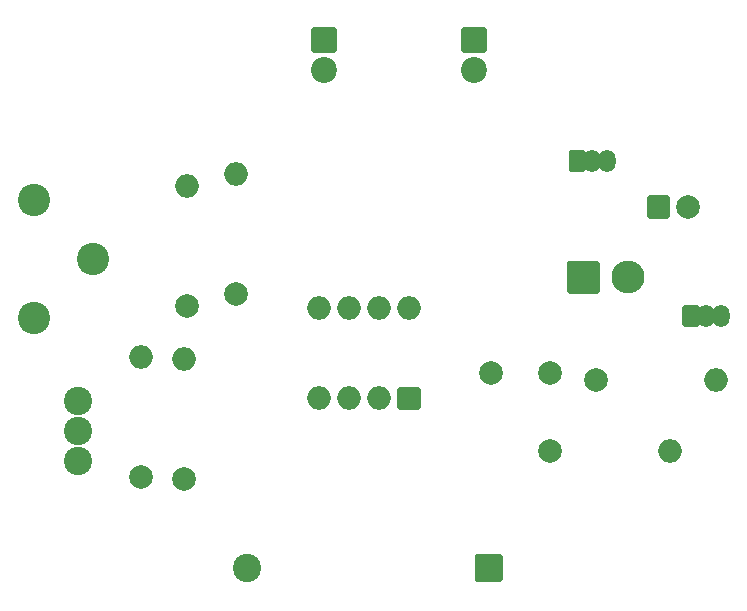
<source format=gbr>
G04 #@! TF.GenerationSoftware,KiCad,Pcbnew,(5.1.9)-1*
G04 #@! TF.CreationDate,2021-04-10T08:26:10+02:00*
G04 #@! TF.ProjectId,NE555V2,4e453535-3556-4322-9e6b-696361645f70,rev?*
G04 #@! TF.SameCoordinates,Original*
G04 #@! TF.FileFunction,Soldermask,Top*
G04 #@! TF.FilePolarity,Negative*
%FSLAX46Y46*%
G04 Gerber Fmt 4.6, Leading zero omitted, Abs format (unit mm)*
G04 Created by KiCad (PCBNEW (5.1.9)-1) date 2021-04-10 08:26:10*
%MOMM*%
%LPD*%
G01*
G04 APERTURE LIST*
%ADD10C,2.200000*%
%ADD11C,2.000000*%
%ADD12O,2.800000X2.800000*%
%ADD13O,1.450000X1.900000*%
%ADD14O,2.000000X2.000000*%
%ADD15C,2.740000*%
%ADD16C,2.400000*%
G04 APERTURE END LIST*
G36*
G01*
X151500000Y-66210000D02*
X153300000Y-66210000D01*
G75*
G02*
X153500000Y-66410000I0J-200000D01*
G01*
X153500000Y-68210000D01*
G75*
G02*
X153300000Y-68410000I-200000J0D01*
G01*
X151500000Y-68410000D01*
G75*
G02*
X151300000Y-68210000I0J200000D01*
G01*
X151300000Y-66410000D01*
G75*
G02*
X151500000Y-66210000I200000J0D01*
G01*
G37*
D10*
X152400000Y-69850000D03*
X139700000Y-69850000D03*
G36*
G01*
X138800000Y-66210000D02*
X140600000Y-66210000D01*
G75*
G02*
X140800000Y-66410000I0J-200000D01*
G01*
X140800000Y-68210000D01*
G75*
G02*
X140600000Y-68410000I-200000J0D01*
G01*
X138800000Y-68410000D01*
G75*
G02*
X138600000Y-68210000I0J200000D01*
G01*
X138600000Y-66410000D01*
G75*
G02*
X138800000Y-66210000I200000J0D01*
G01*
G37*
G36*
G01*
X167033700Y-82232400D02*
X167033700Y-80632400D01*
G75*
G02*
X167233700Y-80432400I200000J0D01*
G01*
X168833700Y-80432400D01*
G75*
G02*
X169033700Y-80632400I0J-200000D01*
G01*
X169033700Y-82232400D01*
G75*
G02*
X168833700Y-82432400I-200000J0D01*
G01*
X167233700Y-82432400D01*
G75*
G02*
X167033700Y-82232400I0J200000D01*
G01*
G37*
D11*
X170533700Y-81432400D03*
X153860500Y-95453200D03*
X158860500Y-95453200D03*
G36*
G01*
X160258300Y-88563300D02*
X160258300Y-86163300D01*
G75*
G02*
X160458300Y-85963300I200000J0D01*
G01*
X162858300Y-85963300D01*
G75*
G02*
X163058300Y-86163300I0J-200000D01*
G01*
X163058300Y-88563300D01*
G75*
G02*
X162858300Y-88763300I-200000J0D01*
G01*
X160458300Y-88763300D01*
G75*
G02*
X160258300Y-88563300I0J200000D01*
G01*
G37*
D12*
X165468300Y-87363300D03*
G36*
G01*
X170051900Y-91415300D02*
X170051900Y-89915300D01*
G75*
G02*
X170251900Y-89715300I200000J0D01*
G01*
X171301900Y-89715300D01*
G75*
G02*
X171501900Y-89915300I0J-200000D01*
G01*
X171501900Y-91415300D01*
G75*
G02*
X171301900Y-91615300I-200000J0D01*
G01*
X170251900Y-91615300D01*
G75*
G02*
X170051900Y-91415300I0J200000D01*
G01*
G37*
D13*
X173316900Y-90665300D03*
X172046900Y-90665300D03*
X162407600Y-77546200D03*
X163677600Y-77546200D03*
G36*
G01*
X160412600Y-78296200D02*
X160412600Y-76796200D01*
G75*
G02*
X160612600Y-76596200I200000J0D01*
G01*
X161662600Y-76596200D01*
G75*
G02*
X161862600Y-76796200I0J-200000D01*
G01*
X161862600Y-78296200D01*
G75*
G02*
X161662600Y-78496200I-200000J0D01*
G01*
X160612600Y-78496200D01*
G75*
G02*
X160412600Y-78296200I0J200000D01*
G01*
G37*
D14*
X124180600Y-94119700D03*
D11*
X124180600Y-104279700D03*
D15*
X115150900Y-80830400D03*
X120150900Y-85830400D03*
X115150900Y-90830400D03*
D14*
X127889000Y-94322900D03*
D11*
X127889000Y-104482900D03*
X128117600Y-89839800D03*
D14*
X128117600Y-79679800D03*
X172897800Y-96075500D03*
D11*
X162737800Y-96075500D03*
X132257800Y-88760300D03*
D14*
X132257800Y-78600300D03*
D11*
X158877000Y-102095300D03*
D14*
X169037000Y-102095300D03*
D16*
X118859300Y-102920800D03*
X118859300Y-100380800D03*
X118859300Y-97840800D03*
G36*
G01*
X147688200Y-98637600D02*
X146088200Y-98637600D01*
G75*
G02*
X145888200Y-98437600I0J200000D01*
G01*
X145888200Y-96837600D01*
G75*
G02*
X146088200Y-96637600I200000J0D01*
G01*
X147688200Y-96637600D01*
G75*
G02*
X147888200Y-96837600I0J-200000D01*
G01*
X147888200Y-98437600D01*
G75*
G02*
X147688200Y-98637600I-200000J0D01*
G01*
G37*
D14*
X139268200Y-90017600D03*
X144348200Y-97637600D03*
X141808200Y-90017600D03*
X141808200Y-97637600D03*
X144348200Y-90017600D03*
X139268200Y-97637600D03*
X146888200Y-90017600D03*
D16*
X133210300Y-112001300D03*
G36*
G01*
X152461900Y-113001300D02*
X152461900Y-111001300D01*
G75*
G02*
X152661900Y-110801300I200000J0D01*
G01*
X154661900Y-110801300D01*
G75*
G02*
X154861900Y-111001300I0J-200000D01*
G01*
X154861900Y-113001300D01*
G75*
G02*
X154661900Y-113201300I-200000J0D01*
G01*
X152661900Y-113201300D01*
G75*
G02*
X152461900Y-113001300I0J200000D01*
G01*
G37*
M02*

</source>
